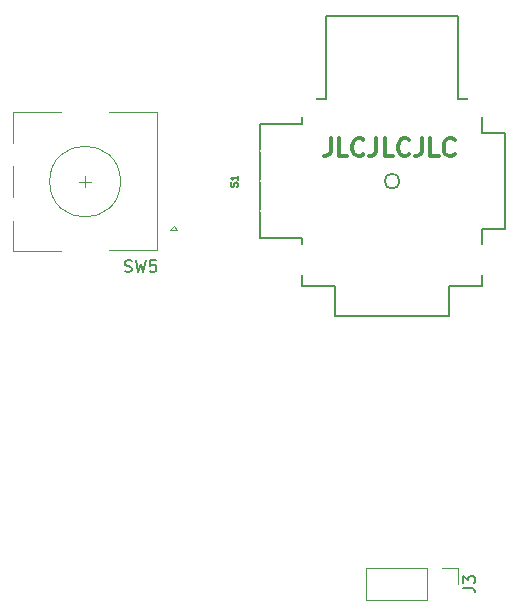
<source format=gto>
%TF.GenerationSoftware,KiCad,Pcbnew,(6.0.0)*%
%TF.CreationDate,2021-12-27T13:21:06-08:00*%
%TF.ProjectId,Microtus-rp2040,4d696372-6f74-4757-932d-727032303430,rev?*%
%TF.SameCoordinates,Original*%
%TF.FileFunction,Legend,Top*%
%TF.FilePolarity,Positive*%
%FSLAX46Y46*%
G04 Gerber Fmt 4.6, Leading zero omitted, Abs format (unit mm)*
G04 Created by KiCad (PCBNEW (6.0.0)) date 2021-12-27 13:21:06*
%MOMM*%
%LPD*%
G01*
G04 APERTURE LIST*
%ADD10C,0.300000*%
%ADD11C,0.150000*%
%ADD12C,0.127000*%
%ADD13C,0.120000*%
%ADD14C,0.203200*%
%ADD15R,1.700000X1.700000*%
%ADD16O,1.700000X1.700000*%
%ADD17R,1.350000X1.350000*%
%ADD18O,1.350000X1.350000*%
%ADD19O,1.000000X1.600000*%
%ADD20C,0.650000*%
%ADD21O,1.000000X2.100000*%
%ADD22C,1.500000*%
%ADD23R,3.200000X2.000000*%
%ADD24C,2.000000*%
%ADD25R,2.000000X2.000000*%
%ADD26C,3.400000*%
%ADD27C,1.700000*%
%ADD28C,1.981200*%
%ADD29C,2.489200*%
G04 APERTURE END LIST*
D10*
X29290000Y-10608571D02*
X29290000Y-11680000D01*
X29218571Y-11894285D01*
X29075714Y-12037142D01*
X28861428Y-12108571D01*
X28718571Y-12108571D01*
X30718571Y-12108571D02*
X30004285Y-12108571D01*
X30004285Y-10608571D01*
X32075714Y-11965714D02*
X32004285Y-12037142D01*
X31790000Y-12108571D01*
X31647142Y-12108571D01*
X31432857Y-12037142D01*
X31290000Y-11894285D01*
X31218571Y-11751428D01*
X31147142Y-11465714D01*
X31147142Y-11251428D01*
X31218571Y-10965714D01*
X31290000Y-10822857D01*
X31432857Y-10680000D01*
X31647142Y-10608571D01*
X31790000Y-10608571D01*
X32004285Y-10680000D01*
X32075714Y-10751428D01*
X33147142Y-10608571D02*
X33147142Y-11680000D01*
X33075714Y-11894285D01*
X32932857Y-12037142D01*
X32718571Y-12108571D01*
X32575714Y-12108571D01*
X34575714Y-12108571D02*
X33861428Y-12108571D01*
X33861428Y-10608571D01*
X35932857Y-11965714D02*
X35861428Y-12037142D01*
X35647142Y-12108571D01*
X35504285Y-12108571D01*
X35290000Y-12037142D01*
X35147142Y-11894285D01*
X35075714Y-11751428D01*
X35004285Y-11465714D01*
X35004285Y-11251428D01*
X35075714Y-10965714D01*
X35147142Y-10822857D01*
X35290000Y-10680000D01*
X35504285Y-10608571D01*
X35647142Y-10608571D01*
X35861428Y-10680000D01*
X35932857Y-10751428D01*
X37004285Y-10608571D02*
X37004285Y-11680000D01*
X36932857Y-11894285D01*
X36790000Y-12037142D01*
X36575714Y-12108571D01*
X36432857Y-12108571D01*
X38432857Y-12108571D02*
X37718571Y-12108571D01*
X37718571Y-10608571D01*
X39790000Y-11965714D02*
X39718571Y-12037142D01*
X39504285Y-12108571D01*
X39361428Y-12108571D01*
X39147142Y-12037142D01*
X39004285Y-11894285D01*
X38932857Y-11751428D01*
X38861428Y-11465714D01*
X38861428Y-11251428D01*
X38932857Y-10965714D01*
X39004285Y-10822857D01*
X39147142Y-10680000D01*
X39361428Y-10608571D01*
X39504285Y-10608571D01*
X39718571Y-10680000D01*
X39790000Y-10751428D01*
D11*
%TO.C,J3*%
X40517380Y-48663333D02*
X41231666Y-48663333D01*
X41374523Y-48710952D01*
X41469761Y-48806190D01*
X41517380Y-48949047D01*
X41517380Y-49044285D01*
X40517380Y-48282380D02*
X40517380Y-47663333D01*
X40898333Y-47996666D01*
X40898333Y-47853809D01*
X40945952Y-47758571D01*
X40993571Y-47710952D01*
X41088809Y-47663333D01*
X41326904Y-47663333D01*
X41422142Y-47710952D01*
X41469761Y-47758571D01*
X41517380Y-47853809D01*
X41517380Y-48139523D01*
X41469761Y-48234761D01*
X41422142Y-48282380D01*
%TO.C,SW5*%
X11876666Y-21868761D02*
X12019523Y-21916380D01*
X12257619Y-21916380D01*
X12352857Y-21868761D01*
X12400476Y-21821142D01*
X12448095Y-21725904D01*
X12448095Y-21630666D01*
X12400476Y-21535428D01*
X12352857Y-21487809D01*
X12257619Y-21440190D01*
X12067142Y-21392571D01*
X11971904Y-21344952D01*
X11924285Y-21297333D01*
X11876666Y-21202095D01*
X11876666Y-21106857D01*
X11924285Y-21011619D01*
X11971904Y-20964000D01*
X12067142Y-20916380D01*
X12305238Y-20916380D01*
X12448095Y-20964000D01*
X12781428Y-20916380D02*
X13019523Y-21916380D01*
X13210000Y-21202095D01*
X13400476Y-21916380D01*
X13638571Y-20916380D01*
X14495714Y-20916380D02*
X14019523Y-20916380D01*
X13971904Y-21392571D01*
X14019523Y-21344952D01*
X14114761Y-21297333D01*
X14352857Y-21297333D01*
X14448095Y-21344952D01*
X14495714Y-21392571D01*
X14543333Y-21487809D01*
X14543333Y-21725904D01*
X14495714Y-21821142D01*
X14448095Y-21868761D01*
X14352857Y-21916380D01*
X14114761Y-21916380D01*
X14019523Y-21868761D01*
X13971904Y-21821142D01*
D12*
%TO.C,S1*%
X21411742Y-14688457D02*
X21440771Y-14601371D01*
X21440771Y-14456228D01*
X21411742Y-14398171D01*
X21382714Y-14369142D01*
X21324657Y-14340114D01*
X21266600Y-14340114D01*
X21208542Y-14369142D01*
X21179514Y-14398171D01*
X21150485Y-14456228D01*
X21121457Y-14572342D01*
X21092428Y-14630400D01*
X21063400Y-14659428D01*
X21005342Y-14688457D01*
X20947285Y-14688457D01*
X20889228Y-14659428D01*
X20860200Y-14630400D01*
X20831171Y-14572342D01*
X20831171Y-14427200D01*
X20860200Y-14340114D01*
X21440771Y-13759542D02*
X21440771Y-14107885D01*
X21440771Y-13933714D02*
X20831171Y-13933714D01*
X20918257Y-13991771D01*
X20976314Y-14049828D01*
X21005342Y-14107885D01*
D13*
%TO.C,J3*%
X32325000Y-47000000D02*
X32325000Y-49660000D01*
X37465000Y-47000000D02*
X32325000Y-47000000D01*
X37465000Y-49660000D02*
X32325000Y-49660000D01*
X37465000Y-47000000D02*
X37465000Y-49660000D01*
X38735000Y-47000000D02*
X40065000Y-47000000D01*
X40065000Y-47000000D02*
X40065000Y-48330000D01*
%TO.C,SW5*%
X11510000Y-14264000D02*
G75*
G03*
X11510000Y-14264000I-3000000J0D01*
G01*
X6510000Y-20164000D02*
X2410000Y-20164000D01*
X2410000Y-8364000D02*
X6510000Y-8364000D01*
X10510000Y-8364000D02*
X14610000Y-8364000D01*
X10510000Y-20064000D02*
X14610000Y-20064000D01*
X14610000Y-20064000D02*
X14610000Y-8364000D01*
X16010000Y-18064000D02*
X16310000Y-18364000D01*
X16310000Y-18364000D02*
X15710000Y-18364000D01*
X15710000Y-18364000D02*
X16010000Y-18064000D01*
X2410000Y-20164000D02*
X2410000Y-17564000D01*
X2410000Y-15564000D02*
X2410000Y-12964000D01*
X2410000Y-10964000D02*
X2410000Y-8364000D01*
X8510000Y-14764000D02*
X8510000Y-13764000D01*
X9010000Y-14264000D02*
X8010000Y-14264000D01*
D14*
%TO.C,S1*%
X35135000Y-14224000D02*
G75*
G03*
X35135000Y-14224000I-635000J0D01*
G01*
X26880000Y-19050000D02*
X26880000Y-23114000D01*
X26880000Y-9398000D02*
X26880000Y-7239000D01*
X23324000Y-9398000D02*
X23324000Y-19050000D01*
X26880000Y-19050000D02*
X23324000Y-19050000D01*
X26880000Y-9398000D02*
X23324000Y-9398000D01*
X28912000Y-254000D02*
X28912000Y-7239000D01*
X40088000Y-254000D02*
X40088000Y-7239000D01*
X28912000Y-7239000D02*
X26880000Y-7239000D01*
X42120000Y-7239000D02*
X40088000Y-7239000D01*
X42120000Y-18288000D02*
X44025000Y-18288000D01*
X42120000Y-10160000D02*
X44025000Y-10160000D01*
X42120000Y-18288000D02*
X42120000Y-23114000D01*
X42120000Y-10160000D02*
X42120000Y-7239000D01*
X44025000Y-10160000D02*
X44025000Y-18288000D01*
X29674000Y-23114000D02*
X26880000Y-23114000D01*
X39326000Y-23114000D02*
X42120000Y-23114000D01*
X29674000Y-25654000D02*
X29674000Y-23114000D01*
X39326000Y-25654000D02*
X39326000Y-23114000D01*
X39326000Y-25654000D02*
X29674000Y-25654000D01*
X40088000Y-254000D02*
X28912000Y-254000D01*
%TD*%
%LPC*%
D15*
%TO.C,J3*%
X38735000Y-48330000D03*
D16*
X36195000Y-48330000D03*
X33655000Y-48330000D03*
%TD*%
D17*
%TO.C,JP1*%
X20066000Y-41656000D03*
D18*
X20066000Y-39656000D03*
%TD*%
D19*
%TO.C,J2*%
X57914000Y-3268000D03*
D20*
X56484000Y-6918000D03*
D19*
X49274000Y-3268000D03*
D20*
X50704000Y-6918000D03*
D21*
X49274000Y-7448000D03*
X57914000Y-7448000D03*
%TD*%
D22*
%TO.C,SW5*%
X1510000Y-11764000D03*
X1510000Y-16764000D03*
D23*
X8510000Y-8664000D03*
X8510000Y-19864000D03*
D24*
X16010000Y-11764000D03*
X16010000Y-14264000D03*
D25*
X16010000Y-16764000D03*
%TD*%
D26*
%TO.C,SW3*%
X59500000Y-33000000D03*
D24*
X59500000Y-38900000D03*
X54500000Y-36800000D03*
D27*
X54000000Y-33000000D03*
X65000000Y-33000000D03*
%TD*%
D26*
%TO.C,SW1*%
X9500000Y-33000000D03*
D24*
X9500000Y-38900000D03*
X4500000Y-36800000D03*
D27*
X4000000Y-33000000D03*
X15000000Y-33000000D03*
%TD*%
D28*
%TO.C,S1*%
X31325000Y-1524000D03*
X37675000Y-1524000D03*
X31325000Y-6604000D03*
X37675000Y-6604000D03*
X31960000Y-24384000D03*
X34500000Y-24384000D03*
X37040000Y-24384000D03*
D29*
X26880000Y-7556500D03*
X26880000Y-20891500D03*
X42120000Y-20891500D03*
X42120000Y-7556500D03*
D28*
X24340000Y-11684000D03*
X24340000Y-14224000D03*
X24340000Y-16764000D03*
%TD*%
M02*

</source>
